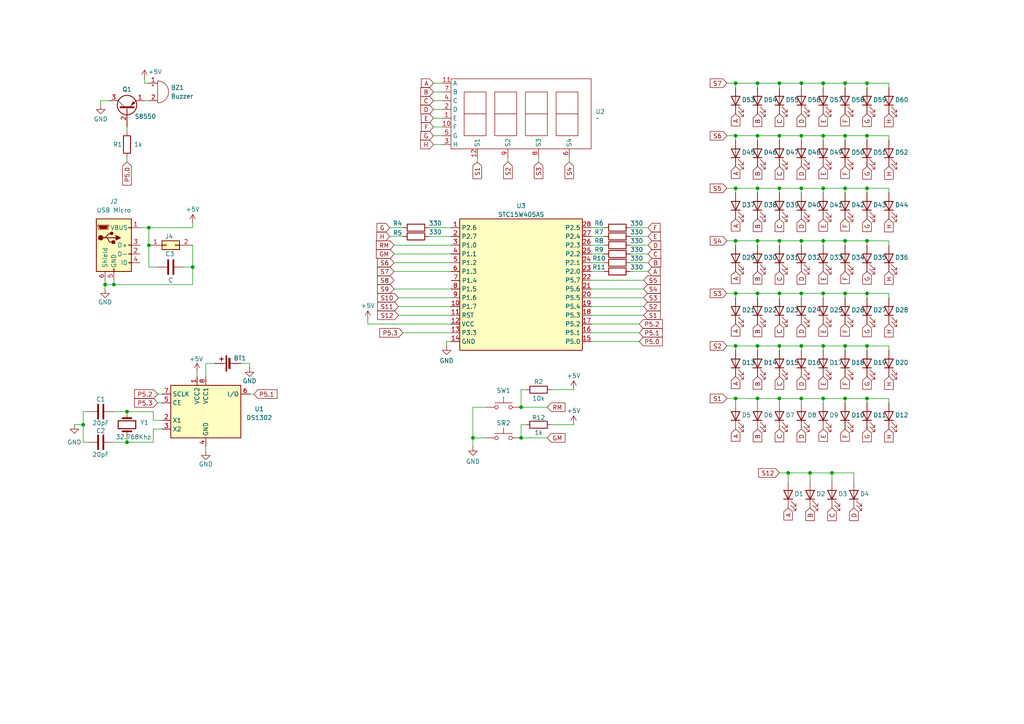
<source format=kicad_sch>
(kicad_sch (version 20231120) (generator "eeschema") (generator_version "8.0")
  (paper "A4")
  (title_block (title "Chineese LED clock") (date "2024-10-31") (rev "1.0") (company "Eugene Chertikhin e.chertikhin@gmail.com"))
  (junction (at 151.13 127))
  (junction (at 219.71 115.57))
  (junction (at 226.06 39.37))
  (junction (at 232.41 115.57))
  (junction (at 245.11 39.37))
  (junction (at 219.71 39.37))
  (junction (at 245.11 69.85))
  (junction (at 213.36 39.37))
  (junction (at 251.46 24.13))
  (junction (at 251.46 115.57))
  (junction (at 213.36 24.13))
  (junction (at 213.36 69.85))
  (junction (at 238.76 69.85))
  (junction (at 43.18 71.12))
  (junction (at 226.06 85.09))
  (junction (at 232.41 85.09))
  (junction (at 219.71 85.09))
  (junction (at 219.71 54.61))
  (junction (at 238.76 54.61))
  (junction (at 226.06 100.33))
  (junction (at 245.11 24.13))
  (junction (at 219.71 24.13))
  (junction (at 213.36 115.57))
  (junction (at 251.46 85.09))
  (junction (at 238.76 85.09))
  (junction (at 234.95 137.16))
  (junction (at 36.83 128.27))
  (junction (at 137.16 127))
  (junction (at 226.06 115.57))
  (junction (at 213.36 100.33))
  (junction (at 245.11 85.09))
  (junction (at 238.76 39.37))
  (junction (at 251.46 100.33))
  (junction (at 232.41 39.37))
  (junction (at 151.13 118.11))
  (junction (at 238.76 100.33))
  (junction (at 33.02 82.55))
  (junction (at 226.06 24.13))
  (junction (at 30.48 82.55))
  (junction (at 213.36 54.61))
  (junction (at 245.11 100.33))
  (junction (at 251.46 39.37))
  (junction (at 245.11 115.57))
  (junction (at 245.11 54.61))
  (junction (at 219.71 69.85))
  (junction (at 36.83 119.38))
  (junction (at 232.41 69.85))
  (junction (at 238.76 115.57))
  (junction (at 232.41 54.61))
  (junction (at 43.18 66.04))
  (junction (at 55.88 77.47))
  (junction (at 238.76 24.13))
  (junction (at 251.46 69.85))
  (junction (at 241.3 137.16))
  (junction (at 232.41 100.33))
  (junction (at 226.06 54.61))
  (junction (at 24.13 123.19))
  (junction (at 226.06 69.85))
  (junction (at 228.6 137.16))
  (junction (at 219.71 100.33))
  (junction (at 213.36 85.09))
  (junction (at 251.46 54.61))
  (junction (at 232.41 24.13))
  (wire (pts (xy 245.11 115.57) (xy 238.76 115.57)))
  (wire (pts (xy 45.72 114.3) (xy 46.99 114.3)))
  (wire (pts (xy 213.36 24.13) (xy 213.36 25.4)))
  (wire (pts (xy 36.83 127) (xy 36.83 128.27)))
  (wire (pts (xy 33.02 128.27) (xy 36.83 128.27)))
  (wire (pts (xy 43.18 66.04) (xy 43.18 71.12)))
  (wire (pts (xy 226.06 115.57) (xy 219.71 115.57)))
  (wire (pts (xy 152.4 123.19) (xy 151.13 123.19)))
  (wire (pts (xy 226.06 116.84) (xy 226.06 115.57)))
  (wire (pts (xy 226.06 71.12) (xy 226.06 69.85)))
  (wire (pts (xy 238.76 85.09) (xy 232.41 85.09)))
  (wire (pts (xy 238.76 25.4) (xy 238.76 24.13)))
  (wire (pts (xy 210.82 69.85) (xy 213.36 69.85)))
  (wire (pts (xy 238.76 86.36) (xy 238.76 85.09)))
  (wire (pts (xy 232.41 71.12) (xy 232.41 69.85)))
  (wire (pts (xy 213.36 85.09) (xy 213.36 86.36)))
  (wire (pts (xy 251.46 100.33) (xy 245.11 100.33)))
  (wire (pts (xy 186.69 86.36) (xy 171.45 86.36)))
  (wire (pts (xy 21.59 123.19) (xy 24.13 123.19)))
  (wire (pts (xy 238.76 40.64) (xy 238.76 39.37)))
  (wire (pts (xy 226.06 24.13) (xy 219.71 24.13)))
  (wire (pts (xy 171.45 76.2) (xy 175.26 76.2)))
  (wire (pts (xy 57.15 107.95) (xy 57.15 109.22)))
  (wire (pts (xy 43.18 66.04) (xy 55.88 66.04)))
  (wire (pts (xy 171.45 91.44) (xy 186.69 91.44)))
  (wire (pts (xy 25.4 119.38) (xy 24.13 119.38)))
  (wire (pts (xy 219.71 25.4) (xy 219.71 24.13)))
  (wire (pts (xy 219.71 86.36) (xy 219.71 85.09)))
  (wire (pts (xy 24.13 119.38) (xy 24.13 123.19)))
  (wire (pts (xy 238.76 54.61) (xy 232.41 54.61)))
  (wire (pts (xy 213.36 69.85) (xy 213.36 71.12)))
  (wire (pts (xy 232.41 69.85) (xy 226.06 69.85)))
  (wire (pts (xy 232.41 100.33) (xy 226.06 100.33)))
  (wire (pts (xy 257.81 71.12) (xy 257.81 69.85)))
  (wire (pts (xy 226.06 40.64) (xy 226.06 39.37)))
  (wire (pts (xy 138.43 46.99) (xy 138.43 45.72)))
  (wire (pts (xy 125.73 39.37) (xy 128.27 39.37)))
  (wire (pts (xy 125.73 34.29) (xy 128.27 34.29)))
  (wire (pts (xy 257.81 101.6) (xy 257.81 100.33)))
  (wire (pts (xy 232.41 40.64) (xy 232.41 39.37)))
  (wire (pts (xy 219.71 40.64) (xy 219.71 39.37)))
  (wire (pts (xy 44.45 121.92) (xy 44.45 119.38)))
  (wire (pts (xy 219.71 71.12) (xy 219.71 69.85)))
  (wire (pts (xy 114.3 73.66) (xy 130.81 73.66)))
  (wire (pts (xy 234.95 139.7) (xy 234.95 137.16)))
  (wire (pts (xy 171.45 66.04) (xy 175.26 66.04)))
  (wire (pts (xy 213.36 100.33) (xy 213.36 101.6)))
  (wire (pts (xy 151.13 113.03) (xy 151.13 118.11)))
  (wire (pts (xy 151.13 118.11) (xy 158.75 118.11)))
  (wire (pts (xy 210.82 115.57) (xy 213.36 115.57)))
  (wire (pts (xy 24.13 128.27) (xy 25.4 128.27)))
  (wire (pts (xy 219.71 115.57) (xy 213.36 115.57)))
  (wire (pts (xy 171.45 73.66) (xy 175.26 73.66)))
  (wire (pts (xy 165.1 46.99) (xy 165.1 45.72)))
  (wire (pts (xy 226.06 25.4) (xy 226.06 24.13)))
  (wire (pts (xy 245.11 39.37) (xy 238.76 39.37)))
  (wire (pts (xy 185.42 93.98) (xy 171.45 93.98)))
  (wire (pts (xy 245.11 25.4) (xy 245.11 24.13)))
  (wire (pts (xy 219.71 85.09) (xy 213.36 85.09)))
  (wire (pts (xy 226.06 86.36) (xy 226.06 85.09)))
  (wire (pts (xy 106.68 93.98) (xy 106.68 92.71)))
  (wire (pts (xy 226.06 85.09) (xy 219.71 85.09)))
  (wire (pts (xy 251.46 39.37) (xy 245.11 39.37)))
  (wire (pts (xy 245.11 101.6) (xy 245.11 100.33)))
  (wire (pts (xy 186.69 83.82) (xy 171.45 83.82)))
  (wire (pts (xy 41.91 22.86) (xy 41.91 24.13)))
  (wire (pts (xy 72.39 114.3) (xy 73.66 114.3)))
  (wire (pts (xy 251.46 24.13) (xy 245.11 24.13)))
  (wire (pts (xy 238.76 116.84) (xy 238.76 115.57)))
  (wire (pts (xy 257.81 54.61) (xy 251.46 54.61)))
  (wire (pts (xy 226.06 100.33) (xy 219.71 100.33)))
  (wire (pts (xy 219.71 101.6) (xy 219.71 100.33)))
  (wire (pts (xy 251.46 55.88) (xy 251.46 54.61)))
  (wire (pts (xy 125.73 26.67) (xy 128.27 26.67)))
  (wire (pts (xy 44.45 128.27) (xy 36.83 128.27)))
  (wire (pts (xy 115.57 91.44) (xy 130.81 91.44)))
  (wire (pts (xy 160.02 123.19) (xy 166.37 123.19)))
  (wire (pts (xy 182.88 68.58) (xy 187.96 68.58)))
  (wire (pts (xy 219.71 116.84) (xy 219.71 115.57)))
  (wire (pts (xy 182.88 71.12) (xy 187.96 71.12)))
  (wire (pts (xy 55.88 71.12) (xy 55.88 77.47)))
  (wire (pts (xy 140.97 127) (xy 137.16 127)))
  (wire (pts (xy 213.36 115.57) (xy 213.36 116.84)))
  (wire (pts (xy 226.06 101.6) (xy 226.06 100.33)))
  (wire (pts (xy 43.18 77.47) (xy 43.18 71.12)))
  (wire (pts (xy 137.16 127) (xy 137.16 129.54)))
  (wire (pts (xy 113.03 68.58) (xy 116.84 68.58)))
  (wire (pts (xy 245.11 100.33) (xy 238.76 100.33)))
  (wire (pts (xy 257.81 116.84) (xy 257.81 115.57)))
  (wire (pts (xy 62.23 105.41) (xy 59.69 105.41)))
  (wire (pts (xy 232.41 25.4) (xy 232.41 24.13)))
  (wire (pts (xy 257.81 39.37) (xy 251.46 39.37)))
  (wire (pts (xy 257.81 69.85) (xy 251.46 69.85)))
  (wire (pts (xy 40.64 66.04) (xy 43.18 66.04)))
  (wire (pts (xy 257.81 115.57) (xy 251.46 115.57)))
  (wire (pts (xy 55.88 77.47) (xy 55.88 82.55)))
  (wire (pts (xy 257.81 85.09) (xy 251.46 85.09)))
  (wire (pts (xy 171.45 81.28) (xy 186.69 81.28)))
  (wire (pts (xy 210.82 54.61) (xy 213.36 54.61)))
  (wire (pts (xy 36.83 36.83) (xy 36.83 38.1)))
  (wire (pts (xy 251.46 40.64) (xy 251.46 39.37)))
  (wire (pts (xy 251.46 85.09) (xy 245.11 85.09)))
  (wire (pts (xy 125.73 29.21) (xy 128.27 29.21)))
  (wire (pts (xy 257.81 86.36) (xy 257.81 85.09)))
  (wire (pts (xy 245.11 55.88) (xy 245.11 54.61)))
  (wire (pts (xy 251.46 116.84) (xy 251.46 115.57)))
  (wire (pts (xy 234.95 137.16) (xy 228.6 137.16)))
  (wire (pts (xy 228.6 137.16) (xy 228.6 139.7)))
  (wire (pts (xy 210.82 39.37) (xy 213.36 39.37)))
  (wire (pts (xy 232.41 116.84) (xy 232.41 115.57)))
  (wire (pts (xy 238.76 24.13) (xy 232.41 24.13)))
  (wire (pts (xy 226.06 39.37) (xy 219.71 39.37)))
  (wire (pts (xy 238.76 115.57) (xy 232.41 115.57)))
  (wire (pts (xy 125.73 31.75) (xy 128.27 31.75)))
  (wire (pts (xy 251.46 115.57) (xy 245.11 115.57)))
  (wire (pts (xy 251.46 71.12) (xy 251.46 69.85)))
  (wire (pts (xy 219.71 100.33) (xy 213.36 100.33)))
  (wire (pts (xy 251.46 54.61) (xy 245.11 54.61)))
  (wire (pts (xy 182.88 78.74) (xy 187.96 78.74)))
  (wire (pts (xy 59.69 105.41) (xy 59.69 109.22)))
  (wire (pts (xy 241.3 137.16) (xy 234.95 137.16)))
  (wire (pts (xy 219.71 39.37) (xy 213.36 39.37)))
  (wire (pts (xy 24.13 123.19) (xy 24.13 128.27)))
  (wire (pts (xy 251.46 101.6) (xy 251.46 100.33)))
  (wire (pts (xy 55.88 82.55) (xy 33.02 82.55)))
  (wire (pts (xy 46.99 124.46) (xy 44.45 124.46)))
  (wire (pts (xy 115.57 88.9) (xy 130.81 88.9)))
  (wire (pts (xy 257.81 55.88) (xy 257.81 54.61)))
  (wire (pts (xy 238.76 71.12) (xy 238.76 69.85)))
  (wire (pts (xy 182.88 73.66) (xy 187.96 73.66)))
  (wire (pts (xy 125.73 41.91) (xy 128.27 41.91)))
  (wire (pts (xy 130.81 99.06) (xy 129.54 99.06)))
  (wire (pts (xy 46.99 121.92) (xy 44.45 121.92)))
  (wire (pts (xy 44.45 119.38) (xy 36.83 119.38)))
  (wire (pts (xy 238.76 39.37) (xy 232.41 39.37)))
  (wire (pts (xy 251.46 69.85) (xy 245.11 69.85)))
  (wire (pts (xy 213.36 39.37) (xy 213.36 40.64)))
  (wire (pts (xy 245.11 40.64) (xy 245.11 39.37)))
  (wire (pts (xy 245.11 116.84) (xy 245.11 115.57)))
  (wire (pts (xy 245.11 69.85) (xy 238.76 69.85)))
  (wire (pts (xy 210.82 100.33) (xy 213.36 100.33)))
  (wire (pts (xy 30.48 81.28) (xy 30.48 82.55)))
  (wire (pts (xy 251.46 86.36) (xy 251.46 85.09)))
  (wire (pts (xy 114.3 83.82) (xy 130.81 83.82)))
  (wire (pts (xy 185.42 99.06) (xy 171.45 99.06)))
  (wire (pts (xy 45.72 116.84) (xy 46.99 116.84)))
  (wire (pts (xy 45.72 77.47) (xy 43.18 77.47)))
  (wire (pts (xy 226.06 55.88) (xy 226.06 54.61)))
  (wire (pts (xy 247.65 137.16) (xy 241.3 137.16)))
  (wire (pts (xy 238.76 55.88) (xy 238.76 54.61)))
  (wire (pts (xy 257.81 24.13) (xy 251.46 24.13)))
  (wire (pts (xy 59.69 129.54) (xy 59.69 130.81)))
  (wire (pts (xy 232.41 24.13) (xy 226.06 24.13)))
  (wire (pts (xy 124.46 68.58) (xy 130.81 68.58)))
  (wire (pts (xy 113.03 66.04) (xy 116.84 66.04)))
  (wire (pts (xy 31.75 29.21) (xy 29.21 29.21)))
  (wire (pts (xy 41.91 24.13) (xy 43.18 24.13)))
  (wire (pts (xy 152.4 113.03) (xy 151.13 113.03)))
  (wire (pts (xy 210.82 24.13) (xy 213.36 24.13)))
  (wire (pts (xy 232.41 115.57) (xy 226.06 115.57)))
  (wire (pts (xy 210.82 85.09) (xy 213.36 85.09)))
  (wire (pts (xy 55.88 66.04) (xy 55.88 64.77)))
  (wire (pts (xy 245.11 86.36) (xy 245.11 85.09)))
  (wire (pts (xy 53.34 77.47) (xy 55.88 77.47)))
  (wire (pts (xy 171.45 68.58) (xy 175.26 68.58)))
  (wire (pts (xy 124.46 66.04) (xy 130.81 66.04)))
  (wire (pts (xy 257.81 25.4) (xy 257.81 24.13)))
  (wire (pts (xy 130.81 93.98) (xy 106.68 93.98)))
  (wire (pts (xy 219.71 69.85) (xy 213.36 69.85)))
  (wire (pts (xy 114.3 78.74) (xy 130.81 78.74)))
  (wire (pts (xy 114.3 71.12) (xy 130.81 71.12)))
  (wire (pts (xy 186.69 88.9) (xy 171.45 88.9)))
  (wire (pts (xy 219.71 24.13) (xy 213.36 24.13)))
  (wire (pts (xy 114.3 76.2) (xy 130.81 76.2)))
  (wire (pts (xy 125.73 36.83) (xy 128.27 36.83)))
  (wire (pts (xy 160.02 113.03) (xy 166.37 113.03)))
  (wire (pts (xy 182.88 66.04) (xy 187.96 66.04)))
  (wire (pts (xy 115.57 86.36) (xy 130.81 86.36)))
  (wire (pts (xy 72.39 105.41) (xy 72.39 106.68)))
  (wire (pts (xy 245.11 71.12) (xy 245.11 69.85)))
  (wire (pts (xy 171.45 71.12) (xy 175.26 71.12)))
  (wire (pts (xy 151.13 127) (xy 158.75 127)))
  (wire (pts (xy 41.91 29.21) (xy 43.18 29.21)))
  (wire (pts (xy 232.41 101.6) (xy 232.41 100.33)))
  (wire (pts (xy 257.81 40.64) (xy 257.81 39.37)))
  (wire (pts (xy 245.11 54.61) (xy 238.76 54.61)))
  (wire (pts (xy 238.76 100.33) (xy 232.41 100.33)))
  (wire (pts (xy 140.97 118.11) (xy 137.16 118.11)))
  (wire (pts (xy 219.71 54.61) (xy 213.36 54.61)))
  (wire (pts (xy 125.73 24.13) (xy 128.27 24.13)))
  (wire (pts (xy 241.3 139.7) (xy 241.3 137.16)))
  (wire (pts (xy 69.85 105.41) (xy 72.39 105.41)))
  (wire (pts (xy 182.88 76.2) (xy 187.96 76.2)))
  (wire (pts (xy 245.11 85.09) (xy 238.76 85.09)))
  (wire (pts (xy 238.76 101.6) (xy 238.76 100.33)))
  (wire (pts (xy 219.71 55.88) (xy 219.71 54.61)))
  (wire (pts (xy 226.06 137.16) (xy 228.6 137.16)))
  (wire (pts (xy 30.48 82.55) (xy 30.48 83.82)))
  (wire (pts (xy 232.41 39.37) (xy 226.06 39.37)))
  (wire (pts (xy 33.02 81.28) (xy 33.02 82.55)))
  (wire (pts (xy 213.36 54.61) (xy 213.36 55.88)))
  (wire (pts (xy 171.45 78.74) (xy 175.26 78.74)))
  (wire (pts (xy 137.16 118.11) (xy 137.16 127)))
  (wire (pts (xy 232.41 85.09) (xy 226.06 85.09)))
  (wire (pts (xy 232.41 55.88) (xy 232.41 54.61)))
  (wire (pts (xy 116.84 96.52) (xy 130.81 96.52)))
  (wire (pts (xy 156.21 46.99) (xy 156.21 45.72)))
  (wire (pts (xy 257.81 100.33) (xy 251.46 100.33)))
  (wire (pts (xy 232.41 86.36) (xy 232.41 85.09)))
  (wire (pts (xy 29.21 29.21) (xy 29.21 30.48)))
  (wire (pts (xy 247.65 139.7) (xy 247.65 137.16)))
  (wire (pts (xy 232.41 54.61) (xy 226.06 54.61)))
  (wire (pts (xy 238.76 69.85) (xy 232.41 69.85)))
  (wire (pts (xy 36.83 46.99) (xy 36.83 45.72)))
  (wire (pts (xy 151.13 123.19) (xy 151.13 127)))
  (wire (pts (xy 226.06 54.61) (xy 219.71 54.61)))
  (wire (pts (xy 226.06 69.85) (xy 219.71 69.85)))
  (wire (pts (xy 44.45 124.46) (xy 44.45 128.27)))
  (wire (pts (xy 251.46 25.4) (xy 251.46 24.13)))
  (wire (pts (xy 33.02 82.55) (xy 30.48 82.55)))
  (wire (pts (xy 185.42 96.52) (xy 171.45 96.52)))
  (wire (pts (xy 147.32 46.99) (xy 147.32 45.72)))
  (wire (pts (xy 245.11 24.13) (xy 238.76 24.13)))
  (wire (pts (xy 129.54 99.06) (xy 129.54 100.33)))
  (wire (pts (xy 33.02 119.38) (xy 36.83 119.38)))
  (global_label "A" (shape input) (at 213.36 48.26 270) (property "Intersheetrefs" "${INTERSHEET_REFS}" (effects (hide yes))))
  (global_label "H" (shape input) (at 257.81 93.98 270) (property "Intersheetrefs" "${INTERSHEET_REFS}" (effects (hide yes))))
  (global_label "H" (shape input) (at 257.81 124.46 270) (property "Intersheetrefs" "${INTERSHEET_REFS}" (effects (hide yes))))
  (global_label "S12" (shape input) (at 226.06 137.16 180) (property "Intersheetrefs" "${INTERSHEET_REFS}" (effects (hide yes))))
  (global_label "B" (shape input) (at 219.71 93.98 270) (property "Intersheetrefs" "${INTERSHEET_REFS}" (effects (hide yes))))
  (global_label "F" (shape input) (at 245.11 33.02 270) (property "Intersheetrefs" "${INTERSHEET_REFS}" (effects (hide yes))))
  (global_label "D" (shape input) (at 232.41 124.46 270) (property "Intersheetrefs" "${INTERSHEET_REFS}" (effects (hide yes))))
  (global_label "H" (shape input) (at 257.81 48.26 270) (property "Intersheetrefs" "${INTERSHEET_REFS}" (effects (hide yes))))
  (global_label "S4" (shape input) (at 186.69 83.82 0) (property "Intersheetrefs" "${INTERSHEET_REFS}" (effects (hide yes))))
  (global_label "B" (shape input) (at 187.96 76.2 0) (property "Intersheetrefs" "${INTERSHEET_REFS}" (effects (hide yes))))
  (global_label "B" (shape input) (at 219.71 78.74 270) (property "Intersheetrefs" "${INTERSHEET_REFS}" (effects (hide yes))))
  (global_label "H" (shape input) (at 257.81 63.5 270) (property "Intersheetrefs" "${INTERSHEET_REFS}" (effects (hide yes))))
  (global_label "D" (shape input) (at 125.73 31.75 180) (property "Intersheetrefs" "${INTERSHEET_REFS}" (effects (hide yes))))
  (global_label "G" (shape input) (at 125.73 39.37 180) (property "Intersheetrefs" "${INTERSHEET_REFS}" (effects (hide yes))))
  (global_label "A" (shape input) (at 213.36 63.5 270) (property "Intersheetrefs" "${INTERSHEET_REFS}" (effects (hide yes))))
  (global_label "E" (shape input) (at 238.76 48.26 270) (property "Intersheetrefs" "${INTERSHEET_REFS}" (effects (hide yes))))
  (global_label "G" (shape input) (at 251.46 48.26 270) (property "Intersheetrefs" "${INTERSHEET_REFS}" (effects (hide yes))))
  (global_label "C" (shape input) (at 226.06 124.46 270) (property "Intersheetrefs" "${INTERSHEET_REFS}" (effects (hide yes))))
  (global_label "D" (shape input) (at 232.41 48.26 270) (property "Intersheetrefs" "${INTERSHEET_REFS}" (effects (hide yes))))
  (global_label "D" (shape input) (at 232.41 93.98 270) (property "Intersheetrefs" "${INTERSHEET_REFS}" (effects (hide yes))))
  (global_label "S3" (shape input) (at 156.21 46.99 270) (property "Intersheetrefs" "${INTERSHEET_REFS}" (effects (hide yes))))
  (global_label "S1" (shape input) (at 138.43 46.99 270) (property "Intersheetrefs" "${INTERSHEET_REFS}" (effects (hide yes))))
  (global_label "E" (shape input) (at 238.76 63.5 270) (property "Intersheetrefs" "${INTERSHEET_REFS}" (effects (hide yes))))
  (global_label "B" (shape input) (at 219.71 109.22 270) (property "Intersheetrefs" "${INTERSHEET_REFS}" (effects (hide yes))))
  (global_label "E" (shape input) (at 125.73 34.29 180) (property "Intersheetrefs" "${INTERSHEET_REFS}" (effects (hide yes))))
  (global_label "A" (shape input) (at 187.96 78.74 0) (property "Intersheetrefs" "${INTERSHEET_REFS}" (effects (hide yes))))
  (global_label "B" (shape input) (at 219.71 124.46 270) (property "Intersheetrefs" "${INTERSHEET_REFS}" (effects (hide yes))))
  (global_label "RM" (shape input) (at 158.75 118.11 0) (property "Intersheetrefs" "${INTERSHEET_REFS}" (effects (hide yes))))
  (global_label "F" (shape input) (at 245.11 78.74 270) (property "Intersheetrefs" "${INTERSHEET_REFS}" (effects (hide yes))))
  (global_label "B" (shape input) (at 219.71 48.26 270) (property "Intersheetrefs" "${INTERSHEET_REFS}" (effects (hide yes))))
  (global_label "G" (shape input) (at 251.46 33.02 270) (property "Intersheetrefs" "${INTERSHEET_REFS}" (effects (hide yes))))
  (global_label "B" (shape input) (at 219.71 33.02 270) (property "Intersheetrefs" "${INTERSHEET_REFS}" (effects (hide yes))))
  (global_label "G" (shape input) (at 251.46 63.5 270) (property "Intersheetrefs" "${INTERSHEET_REFS}" (effects (hide yes))))
  (global_label "P5.2" (shape input) (at 185.42 93.98 0) (property "Intersheetrefs" "${INTERSHEET_REFS}" (effects (hide yes))))
  (global_label "P5.3" (shape input) (at 116.84 96.52 180) (property "Intersheetrefs" "${INTERSHEET_REFS}" (effects (hide yes))))
  (global_label "D" (shape input) (at 187.96 71.12 0) (property "Intersheetrefs" "${INTERSHEET_REFS}" (effects (hide yes))))
  (global_label "C" (shape input) (at 226.06 93.98 270) (property "Intersheetrefs" "${INTERSHEET_REFS}" (effects (hide yes))))
  (global_label "C" (shape input) (at 226.06 48.26 270) (property "Intersheetrefs" "${INTERSHEET_REFS}" (effects (hide yes))))
  (global_label "S4" (shape input) (at 210.82 69.85 180) (property "Intersheetrefs" "${INTERSHEET_REFS}" (effects (hide yes))))
  (global_label "E" (shape input) (at 238.76 78.74 270) (property "Intersheetrefs" "${INTERSHEET_REFS}" (effects (hide yes))))
  (global_label "A" (shape input) (at 213.36 109.22 270) (property "Intersheetrefs" "${INTERSHEET_REFS}" (effects (hide yes))))
  (global_label "A" (shape input) (at 213.36 124.46 270) (property "Intersheetrefs" "${INTERSHEET_REFS}" (effects (hide yes))))
  (global_label "S2" (shape input) (at 186.69 88.9 0) (property "Intersheetrefs" "${INTERSHEET_REFS}" (effects (hide yes))))
  (global_label "RM" (shape input) (at 114.3 71.12 180) (property "Intersheetrefs" "${INTERSHEET_REFS}" (effects (hide yes))))
  (global_label "G" (shape input) (at 251.46 124.46 270) (property "Intersheetrefs" "${INTERSHEET_REFS}" (effects (hide yes))))
  (global_label "P5.1" (shape input) (at 73.66 114.3 0) (property "Intersheetrefs" "${INTERSHEET_REFS}" (effects (hide yes))))
  (global_label "D" (shape input) (at 232.41 63.5 270) (property "Intersheetrefs" "${INTERSHEET_REFS}" (effects (hide yes))))
  (global_label "C" (shape input) (at 226.06 109.22 270) (property "Intersheetrefs" "${INTERSHEET_REFS}" (effects (hide yes))))
  (global_label "E" (shape input) (at 187.96 68.58 0) (property "Intersheetrefs" "${INTERSHEET_REFS}" (effects (hide yes))))
  (global_label "GM" (shape input) (at 114.3 73.66 180) (property "Intersheetrefs" "${INTERSHEET_REFS}" (effects (hide yes))))
  (global_label "S6" (shape input) (at 210.82 39.37 180) (property "Intersheetrefs" "${INTERSHEET_REFS}" (effects (hide yes))))
  (global_label "S1" (shape input) (at 210.82 115.57 180) (property "Intersheetrefs" "${INTERSHEET_REFS}" (effects (hide yes))))
  (global_label "B" (shape input) (at 219.71 63.5 270) (property "Intersheetrefs" "${INTERSHEET_REFS}" (effects (hide yes))))
  (global_label "P5.2" (shape input) (at 45.72 114.3 180) (property "Intersheetrefs" "${INTERSHEET_REFS}" (effects (hide yes))))
  (global_label "S11" (shape input) (at 115.57 88.9 180) (property "Intersheetrefs" "${INTERSHEET_REFS}" (effects (hide yes))))
  (global_label "S5" (shape input) (at 186.69 81.28 0) (property "Intersheetrefs" "${INTERSHEET_REFS}" (effects (hide yes))))
  (global_label "S12" (shape input) (at 115.57 91.44 180) (property "Intersheetrefs" "${INTERSHEET_REFS}" (effects (hide yes))))
  (global_label "E" (shape input) (at 238.76 124.46 270) (property "Intersheetrefs" "${INTERSHEET_REFS}" (effects (hide yes))))
  (global_label "S7" (shape input) (at 114.3 78.74 180) (property "Intersheetrefs" "${INTERSHEET_REFS}" (effects (hide yes))))
  (global_label "C" (shape input) (at 187.96 73.66 0) (property "Intersheetrefs" "${INTERSHEET_REFS}" (effects (hide yes))))
  (global_label "F" (shape input) (at 245.11 109.22 270) (property "Intersheetrefs" "${INTERSHEET_REFS}" (effects (hide yes))))
  (global_label "S3" (shape input) (at 186.69 86.36 0) (property "Intersheetrefs" "${INTERSHEET_REFS}" (effects (hide yes))))
  (global_label "H" (shape input) (at 257.81 78.74 270) (property "Intersheetrefs" "${INTERSHEET_REFS}" (effects (hide yes))))
  (global_label "F" (shape input) (at 187.96 66.04 0) (property "Intersheetrefs" "${INTERSHEET_REFS}" (effects (hide yes))))
  (global_label "F" (shape input) (at 245.11 93.98 270) (property "Intersheetrefs" "${INTERSHEET_REFS}" (effects (hide yes))))
  (global_label "P5.1" (shape input) (at 185.42 96.52 0) (property "Intersheetrefs" "${INTERSHEET_REFS}" (effects (hide yes))))
  (global_label "E" (shape input) (at 238.76 93.98 270) (property "Intersheetrefs" "${INTERSHEET_REFS}" (effects (hide yes))))
  (global_label "F" (shape input) (at 125.73 36.83 180) (property "Intersheetrefs" "${INTERSHEET_REFS}" (effects (hide yes))))
  (global_label "B" (shape input) (at 234.95 147.32 270) (property "Intersheetrefs" "${INTERSHEET_REFS}" (effects (hide yes))))
  (global_label "A" (shape input) (at 213.36 93.98 270) (property "Intersheetrefs" "${INTERSHEET_REFS}" (effects (hide yes))))
  (global_label "P5.0" (shape input) (at 36.83 46.99 270) (property "Intersheetrefs" "${INTERSHEET_REFS}" (effects (hide yes))))
  (global_label "G" (shape input) (at 113.03 66.04 180) (property "Intersheetrefs" "${INTERSHEET_REFS}" (effects (hide yes))))
  (global_label "F" (shape input) (at 245.11 124.46 270) (property "Intersheetrefs" "${INTERSHEET_REFS}" (effects (hide yes))))
  (global_label "E" (shape input) (at 238.76 109.22 270) (property "Intersheetrefs" "${INTERSHEET_REFS}" (effects (hide yes))))
  (global_label "G" (shape input) (at 251.46 109.22 270) (property "Intersheetrefs" "${INTERSHEET_REFS}" (effects (hide yes))))
  (global_label "S2" (shape input) (at 147.32 46.99 270) (property "Intersheetrefs" "${INTERSHEET_REFS}" (effects (hide yes))))
  (global_label "S10" (shape input) (at 115.57 86.36 180) (property "Intersheetrefs" "${INTERSHEET_REFS}" (effects (hide yes))))
  (global_label "P5.3" (shape input) (at 45.72 116.84 180) (property "Intersheetrefs" "${INTERSHEET_REFS}" (effects (hide yes))))
  (global_label "A" (shape input) (at 213.36 33.02 270) (property "Intersheetrefs" "${INTERSHEET_REFS}" (effects (hide yes))))
  (global_label "F" (shape input) (at 245.11 63.5 270) (property "Intersheetrefs" "${INTERSHEET_REFS}" (effects (hide yes))))
  (global_label "H" (shape input) (at 257.81 33.02 270) (property "Intersheetrefs" "${INTERSHEET_REFS}" (effects (hide yes))))
  (global_label "H" (shape input) (at 257.81 109.22 270) (property "Intersheetrefs" "${INTERSHEET_REFS}" (effects (hide yes))))
  (global_label "GM" (shape input) (at 158.75 127 0) (property "Intersheetrefs" "${INTERSHEET_REFS}" (effects (hide yes))))
  (global_label "D" (shape input) (at 247.65 147.32 270) (property "Intersheetrefs" "${INTERSHEET_REFS}" (effects (hide yes))))
  (global_label "H" (shape input) (at 125.73 41.91 180) (property "Intersheetrefs" "${INTERSHEET_REFS}" (effects (hide yes))))
  (global_label "A" (shape input) (at 213.36 78.74 270) (property "Intersheetrefs" "${INTERSHEET_REFS}" (effects (hide yes))))
  (global_label "S5" (shape input) (at 210.82 54.61 180) (property "Intersheetrefs" "${INTERSHEET_REFS}" (effects (hide yes))))
  (global_label "A" (shape input) (at 228.6 147.32 270) (property "Intersheetrefs" "${INTERSHEET_REFS}" (effects (hide yes))))
  (global_label "S6" (shape input) (at 114.3 76.2 180) (property "Intersheetrefs" "${INTERSHEET_REFS}" (effects (hide yes))))
  (global_label "G" (shape input) (at 251.46 93.98 270) (property "Intersheetrefs" "${INTERSHEET_REFS}" (effects (hide yes))))
  (global_label "S4" (shape input) (at 165.1 46.99 270) (property "Intersheetrefs" "${INTERSHEET_REFS}" (effects (hide yes))))
  (global_label "S9" (shape input) (at 114.3 83.82 180) (property "Intersheetrefs" "${INTERSHEET_REFS}" (effects (hide yes))))
  (global_label "C" (shape input) (at 226.06 78.74 270) (property "Intersheetrefs" "${INTERSHEET_REFS}" (effects (hide yes))))
  (global_label "E" (shape input) (at 238.76 33.02 270) (property "Intersheetrefs" "${INTERSHEET_REFS}" (effects (hide yes))))
  (global_label "H" (shape input) (at 113.03 68.58 180) (property "Intersheetrefs" "${INTERSHEET_REFS}" (effects (hide yes))))
  (global_label "S3" (shape input) (at 210.82 85.09 180) (property "Intersheetrefs" "${INTERSHEET_REFS}" (effects (hide yes))))
  (global_label "A" (shape input) (at 125.73 24.13 180) (property "Intersheetrefs" "${INTERSHEET_REFS}" (effects (hide yes))))
  (global_label "B" (shape input) (at 125.73 26.67 180) (property "Intersheetrefs" "${INTERSHEET_REFS}" (effects (hide yes))))
  (global_label "S8" (shape input) (at 114.3 81.28 180) (property "Intersheetrefs" "${INTERSHEET_REFS}" (effects (hide yes))))
  (global_label "S1" (shape input) (at 186.69 91.44 0) (property "Intersheetrefs" "${INTERSHEET_REFS}" (effects (hide yes))))
  (global_label "S2" (shape input) (at 210.82 100.33 180) (property "Intersheetrefs" "${INTERSHEET_REFS}" (effects (hide yes))))
  (global_label "G" (shape input) (at 251.46 78.74 270) (property "Intersheetrefs" "${INTERSHEET_REFS}" (effects (hide yes))))
  (global_label "S7" (shape input) (at 210.82 24.13 180) (property "Intersheetrefs" "${INTERSHEET_REFS}" (effects (hide yes))))
  (global_label "P5.0" (shape input) (at 185.42 99.06 0) (property "Intersheetrefs" "${INTERSHEET_REFS}" (effects (hide yes))))
  (global_label "C" (shape input) (at 125.73 29.21 180) (property "Intersheetrefs" "${INTERSHEET_REFS}" (effects (hide yes))))
  (global_label "F" (shape input) (at 245.11 48.26 270) (property "Intersheetrefs" "${INTERSHEET_REFS}" (effects (hide yes))))
  (global_label "D" (shape input) (at 232.41 109.22 270) (property "Intersheetrefs" "${INTERSHEET_REFS}" (effects (hide yes))))
  (global_label "D" (shape input) (at 232.41 33.02 270) (property "Intersheetrefs" "${INTERSHEET_REFS}" (effects (hide yes))))
  (global_label "C" (shape input) (at 226.06 63.5 270) (property "Intersheetrefs" "${INTERSHEET_REFS}" (effects (hide yes))))
  (global_label "C" (shape input) (at 241.3 147.32 270) (property "Intersheetrefs" "${INTERSHEET_REFS}" (effects (hide yes))))
  (global_label "D" (shape input) (at 232.41 78.74 270) (property "Intersheetrefs" "${INTERSHEET_REFS}" (effects (hide yes))))
  (global_label "C" (shape input) (at 226.06 33.02 270) (property "Intersheetrefs" "${INTERSHEET_REFS}" (effects (hide yes))))
  (symbol (lib_id "Device:R") (at 179.07 71.12 90) (unit 1)
    (property "Reference" "R8" (at 173.736 69.85 90))
    (property "Value" "330" (at 184.658 69.85 90))
    (property "Footprint" "Resistor_THT:R_Axial_DIN0204_L3.6mm_D1.6mm_P5.08mm_Horizontal" (effects (hide yes)))
    (property "Description" "Resistor" (effects (hide yes)))
  )
  (symbol (lib_id "Device:LED") (at 238.76 74.93 90) (unit 1)
    (property "Reference" "D33" (at 240.538 74.676 90) (effects (justify right)))
    (property "Value" "LED" (effects (hide yes)))
    (property "Footprint" "LED_THT:LED_D1.8mm_W3.3mm_H2.4mm" (effects (hide yes)))
    (property "Description" "Light emitting diode" (effects (hide yes)))
  )
  (symbol (lib_id "Device:LED") (at 213.36 74.93 90) (unit 1)
    (property "Reference" "D29" (at 215.138 74.676 90) (effects (justify right)))
    (property "Value" "LED" (effects (hide yes)))
    (property "Footprint" "LED_THT:LED_D1.8mm_W3.3mm_H2.4mm" (effects (hide yes)))
    (property "Description" "Light emitting diode" (effects (hide yes)))
  )
  (symbol (lib_id "power:+5V") (at 166.37 113.03 0) (unit 1)
    (property "Reference" "#PWR010" (effects (hide yes)))
    (property "Value" "+5V" (at 166.37 108.966 0))
    (property "Description" "Power symbol creates a global label with name \"+5V\"" (effects (hide yes)))
  )
  (symbol (lib_id "Device:LED") (at 251.46 74.93 90) (unit 1)
    (property "Reference" "D35" (at 253.238 74.676 90) (effects (justify right)))
    (property "Value" "LED" (effects (hide yes)))
    (property "Footprint" "LED_THT:LED_D1.8mm_W3.3mm_H2.4mm" (effects (hide yes)))
    (property "Description" "Light emitting diode" (effects (hide yes)))
  )
  (symbol (lib_id "Device:R") (at 179.07 76.2 90) (unit 1)
    (property "Reference" "R10" (at 173.736 74.93 90))
    (property "Value" "330" (at 184.658 74.93 90))
    (property "Footprint" "Resistor_THT:R_Axial_DIN0204_L3.6mm_D1.6mm_P5.08mm_Horizontal" (effects (hide yes)))
    (property "Description" "Resistor" (effects (hide yes)))
  )
  (symbol (lib_id "power:GND") (at 72.39 106.68 0) (unit 1)
    (property "Reference" "#PWR07" (effects (hide yes)))
    (property "Value" "GND" (at 72.39 110.49 0))
    (property "Description" "Power symbol creates a global label with name \"GND\" , ground" (effects (hide yes)))
  )
  (symbol (lib_id "Device:LED") (at 219.71 105.41 90) (unit 1)
    (property "Reference" "D14" (at 221.488 105.156 90) (effects (justify right)))
    (property "Value" "LED" (effects (hide yes)))
    (property "Footprint" "LED_THT:LED_D1.8mm_W3.3mm_H2.4mm" (effects (hide yes)))
    (property "Description" "Light emitting diode" (effects (hide yes)))
  )
  (symbol (lib_id "Device:LED") (at 219.71 90.17 90) (unit 1)
    (property "Reference" "D22" (at 221.488 89.916 90) (effects (justify right)))
    (property "Value" "LED" (effects (hide yes)))
    (property "Footprint" "LED_THT:LED_D1.8mm_W3.3mm_H2.4mm" (effects (hide yes)))
    (property "Description" "Light emitting diode" (effects (hide yes)))
  )
  (symbol (lib_id "Device:R") (at 179.07 68.58 90) (unit 1)
    (property "Reference" "R7" (at 173.736 67.31 90))
    (property "Value" "330" (at 184.658 67.31 90))
    (property "Footprint" "Resistor_THT:R_Axial_DIN0204_L3.6mm_D1.6mm_P5.08mm_Horizontal" (effects (hide yes)))
    (property "Description" "Resistor" (effects (hide yes)))
  )
  (symbol (lib_id "Device:LED") (at 238.76 105.41 90) (unit 1)
    (property "Reference" "D17" (at 240.538 105.156 90) (effects (justify right)))
    (property "Value" "LED" (effects (hide yes)))
    (property "Footprint" "LED_THT:LED_D1.8mm_W3.3mm_H2.4mm" (effects (hide yes)))
    (property "Description" "Light emitting diode" (effects (hide yes)))
  )
  (symbol (lib_id "Device:LED") (at 245.11 90.17 90) (unit 1)
    (property "Reference" "D26" (at 246.888 89.916 90) (effects (justify right)))
    (property "Value" "LED" (effects (hide yes)))
    (property "Footprint" "LED_THT:LED_D1.8mm_W3.3mm_H2.4mm" (effects (hide yes)))
    (property "Description" "Light emitting diode" (effects (hide yes)))
  )
  (symbol (lib_id "Device:LED") (at 245.11 29.21 90) (unit 1)
    (property "Reference" "D58" (at 246.888 28.956 90) (effects (justify right)))
    (property "Value" "LED" (effects (hide yes)))
    (property "Footprint" "LED_THT:LED_D1.8mm_W3.3mm_H2.4mm" (effects (hide yes)))
    (property "Description" "Light emitting diode" (effects (hide yes)))
  )
  (symbol (lib_id "Device:LED") (at 232.41 90.17 90) (unit 1)
    (property "Reference" "D24" (at 234.188 89.916 90) (effects (justify right)))
    (property "Value" "LED" (effects (hide yes)))
    (property "Footprint" "LED_THT:LED_D1.8mm_W3.3mm_H2.4mm" (effects (hide yes)))
    (property "Description" "Light emitting diode" (effects (hide yes)))
  )
  (symbol (lib_id "power:GND") (at 30.48 83.82 0) (unit 1)
    (property "Reference" "#PWR08" (effects (hide yes)))
    (property "Value" "GND" (at 30.48 87.63 0))
    (property "Description" "Power symbol creates a global label with name \"GND\" , ground" (effects (hide yes)))
  )
  (symbol (lib_id "MCU_STC:STC15W405AS") (at 133.35 62.23 0) (unit 1)
    (property "Reference" "U3" (at 151.1493 59.69 0))
    (property "Value" "STC15W405AS" (at 151.1493 62.23 0))
    (property "Footprint" "Package_DIP:DIP-28_W7.62mm_LongPads" (effects (hide yes)))
  )
  (symbol (lib_id "Device:LED") (at 228.6 143.51 90) (unit 1)
    (property "Reference" "D1" (at 230.378 143.256 90) (effects (justify right)))
    (property "Value" "LED" (effects (hide yes)))
    (property "Footprint" "LED_THT:LED_D1.8mm_W3.3mm_H2.4mm" (effects (hide yes)))
    (property "Description" "Light emitting diode" (effects (hide yes)))
  )
  (symbol (lib_id "Device:LED") (at 251.46 44.45 90) (unit 1)
    (property "Reference" "D51" (at 253.238 44.196 90) (effects (justify right)))
    (property "Value" "LED" (effects (hide yes)))
    (property "Footprint" "LED_THT:LED_D1.8mm_W3.3mm_H2.4mm" (effects (hide yes)))
    (property "Description" "Light emitting diode" (effects (hide yes)))
  )
  (symbol (lib_id "Device:R") (at 179.07 78.74 90) (unit 1)
    (property "Reference" "R11" (at 173.736 77.47 90))
    (property "Value" "330" (at 184.658 77.47 90))
    (property "Footprint" "Resistor_THT:R_Axial_DIN0204_L3.6mm_D1.6mm_P5.08mm_Horizontal" (effects (hide yes)))
    (property "Description" "Resistor" (effects (hide yes)))
  )
  (symbol (lib_id "power:+5V") (at 41.91 22.86 0) (unit 1)
    (property "Reference" "#PWR01" (effects (hide yes)))
    (property "Value" "+5V" (at 44.958 20.828 0))
    (property "Description" "Power symbol creates a global label with name \"+5V\"" (effects (hide yes)))
  )
  (symbol (lib_id "power:GND") (at 29.21 30.48 0) (unit 1)
    (property "Reference" "#PWR02" (effects (hide yes)))
    (property "Value" "GND" (at 29.21 34.544 0))
    (property "Description" "Power symbol creates a global label with name \"GND\" , ground" (effects (hide yes)))
  )
  (symbol (lib_id "Device:LED") (at 232.41 105.41 90) (unit 1)
    (property "Reference" "D16" (at 234.188 105.156 90) (effects (justify right)))
    (property "Value" "LED" (effects (hide yes)))
    (property "Footprint" "LED_THT:LED_D1.8mm_W3.3mm_H2.4mm" (effects (hide yes)))
    (property "Description" "Light emitting diode" (effects (hide yes)))
  )
  (symbol (lib_id "Device:LED") (at 232.41 44.45 90) (unit 1)
    (property "Reference" "D48" (at 234.188 44.196 90) (effects (justify right)))
    (property "Value" "LED" (effects (hide yes)))
    (property "Footprint" "LED_THT:LED_D1.8mm_W3.3mm_H2.4mm" (effects (hide yes)))
    (property "Description" "Light emitting diode" (effects (hide yes)))
  )
  (symbol (lib_id "Device:R") (at 120.65 66.04 90) (unit 1)
    (property "Reference" "R4" (at 115.316 64.77 90))
    (property "Value" "330" (at 126.238 64.77 90))
    (property "Footprint" "Resistor_THT:R_Axial_DIN0204_L3.6mm_D1.6mm_P5.08mm_Horizontal" (effects (hide yes)))
    (property "Description" "Resistor" (effects (hide yes)))
  )
  (symbol (lib_id "Device:LED") (at 238.76 120.65 90) (unit 1)
    (property "Reference" "D9" (at 240.538 120.396 90) (effects (justify right)))
    (property "Value" "LED" (effects (hide yes)))
    (property "Footprint" "LED_THT:LED_D1.8mm_W3.3mm_H2.4mm" (effects (hide yes)))
    (property "Description" "Light emitting diode" (effects (hide yes)))
  )
  (symbol (lib_id "Device:LED") (at 232.41 29.21 90) (unit 1)
    (property "Reference" "D56" (at 234.188 28.956 90) (effects (justify right)))
    (property "Value" "LED" (effects (hide yes)))
    (property "Footprint" "LED_THT:LED_D1.8mm_W3.3mm_H2.4mm" (effects (hide yes)))
    (property "Description" "Light emitting diode" (effects (hide yes)))
  )
  (symbol (lib_id "Device:LED") (at 213.36 44.45 90) (unit 1)
    (property "Reference" "D45" (at 215.138 44.196 90) (effects (justify right)))
    (property "Value" "LED" (effects (hide yes)))
    (property "Footprint" "LED_THT:LED_D1.8mm_W3.3mm_H2.4mm" (effects (hide yes)))
    (property "Description" "Light emitting diode" (effects (hide yes)))
  )
  (symbol (lib_id "Device:LED") (at 245.11 59.69 90) (unit 1)
    (property "Reference" "D42" (at 246.888 59.436 90) (effects (justify right)))
    (property "Value" "LED" (effects (hide yes)))
    (property "Footprint" "LED_THT:LED_D1.8mm_W3.3mm_H2.4mm" (effects (hide yes)))
    (property "Description" "Light emitting diode" (effects (hide yes)))
  )
  (symbol (lib_id "Device:LED") (at 238.76 44.45 90) (unit 1)
    (property "Reference" "D49" (at 240.538 44.196 90) (effects (justify right)))
    (property "Value" "LED" (effects (hide yes)))
    (property "Footprint" "LED_THT:LED_D1.8mm_W3.3mm_H2.4mm" (effects (hide yes)))
    (property "Description" "Light emitting diode" (effects (hide yes)))
  )
  (symbol (lib_id "Device:LED") (at 226.06 120.65 90) (unit 1)
    (property "Reference" "D7" (at 227.838 120.396 90) (effects (justify right)))
    (property "Value" "LED" (effects (hide yes)))
    (property "Footprint" "LED_THT:LED_D1.8mm_W3.3mm_H2.4mm" (effects (hide yes)))
    (property "Description" "Light emitting diode" (effects (hide yes)))
  )
  (symbol (lib_id "Device:LED") (at 251.46 105.41 90) (unit 1)
    (property "Reference" "D19" (at 253.238 105.156 90) (effects (justify right)))
    (property "Value" "LED" (effects (hide yes)))
    (property "Footprint" "LED_THT:LED_D1.8mm_W3.3mm_H2.4mm" (effects (hide yes)))
    (property "Description" "Light emitting diode" (effects (hide yes)))
  )
  (symbol (lib_id "Device:LED") (at 226.06 90.17 90) (unit 1)
    (property "Reference" "D23" (at 227.838 89.916 90) (effects (justify right)))
    (property "Value" "LED" (effects (hide yes)))
    (property "Footprint" "LED_THT:LED_D1.8mm_W3.3mm_H2.4mm" (effects (hide yes)))
    (property "Description" "Light emitting diode" (effects (hide yes)))
  )
  (symbol (lib_id "Device:LED") (at 238.76 29.21 90) (unit 1)
    (property "Reference" "D57" (at 240.538 28.956 90) (effects (justify right)))
    (property "Value" "LED" (effects (hide yes)))
    (property "Footprint" "LED_THT:LED_D1.8mm_W3.3mm_H2.4mm" (effects (hide yes)))
    (property "Description" "Light emitting diode" (effects (hide yes)))
  )
  (symbol (lib_id "Device:LED") (at 226.06 74.93 90) (unit 1)
    (property "Reference" "D31" (at 227.838 74.676 90) (effects (justify right)))
    (property "Value" "LED" (effects (hide yes)))
    (property "Footprint" "LED_THT:LED_D1.8mm_W3.3mm_H2.4mm" (effects (hide yes)))
    (property "Description" "Light emitting diode" (effects (hide yes)))
  )
  (symbol (lib_id "Device:LED") (at 213.36 29.21 90) (unit 1)
    (property "Reference" "D53" (at 215.138 28.956 90) (effects (justify right)))
    (property "Value" "LED" (effects (hide yes)))
    (property "Footprint" "LED_THT:LED_D1.8mm_W3.3mm_H2.4mm" (effects (hide yes)))
    (property "Description" "Light emitting diode" (effects (hide yes)))
  )
  (symbol (lib_id "Device:C") (at 29.21 128.27 90) (unit 1)
    (property "Reference" "C2" (at 29.21 124.968 90))
    (property "Value" "20pF" (at 29.21 131.826 90))
    (property "Footprint" "Capacitor_THT:C_Axial_L3.8mm_D2.6mm_P7.50mm_Horizontal" (effects (hide yes)))
    (property "Description" "Unpolarized capacitor" (effects (hide yes)))
  )
  (symbol (lib_id "Device:R") (at 120.65 68.58 90) (unit 1)
    (property "Reference" "R5" (at 115.316 67.564 90))
    (property "Value" "330" (at 126.238 67.31 90))
    (property "Footprint" "Resistor_THT:R_Axial_DIN0204_L3.6mm_D1.6mm_P5.08mm_Horizontal" (effects (hide yes)))
    (property "Description" "Resistor" (effects (hide yes)))
  )
  (symbol (lib_id "power:GND") (at 21.59 123.19 0) (unit 1)
    (property "Reference" "#PWR06" (effects (hide yes)))
    (property "Value" "GND" (at 21.59 128.27 0))
    (property "Description" "Power symbol creates a global label with name \"GND\" , ground" (effects (hide yes)))
  )
  (symbol (lib_id "Device:LED") (at 219.71 59.69 90) (unit 1)
    (property "Reference" "D38" (at 221.488 59.436 90) (effects (justify right)))
    (property "Value" "LED" (effects (hide yes)))
    (property "Footprint" "LED_THT:LED_D1.8mm_W3.3mm_H2.4mm" (effects (hide yes)))
    (property "Description" "Light emitting diode" (effects (hide yes)))
  )
  (symbol (lib_id "Device:R") (at 179.07 66.04 90) (unit 1)
    (property "Reference" "R6" (at 173.736 64.77 90))
    (property "Value" "330" (at 184.658 64.77 90))
    (property "Footprint" "Resistor_THT:R_Axial_DIN0204_L3.6mm_D1.6mm_P5.08mm_Horizontal" (effects (hide yes)))
    (property "Description" "Resistor" (effects (hide yes)))
  )
  (symbol (lib_id "power:+5V") (at 106.68 92.71 0) (unit 1)
    (property "Reference" "#PWR015" (effects (hide yes)))
    (property "Value" "+5V" (at 106.68 88.646 0))
    (property "Description" "Power symbol creates a global label with name \"+5V\"" (effects (hide yes)))
  )
  (symbol (lib_id "Device:C") (at 49.53 77.47 90) (unit 1)
    (property "Reference" "C3" (at 49.276 73.66 90))
    (property "Value" "C" (at 49.53 81.28 90))
    (property "Footprint" "Capacitor_THT:C_Axial_L3.8mm_D2.6mm_P7.50mm_Horizontal" (effects (hide yes)))
    (property "Description" "Unpolarized capacitor" (effects (hide yes)))
  )
  (symbol (lib_id "Device:LED") (at 232.41 59.69 90) (unit 1)
    (property "Reference" "D40" (at 234.188 59.436 90) (effects (justify right)))
    (property "Value" "LED" (effects (hide yes)))
    (property "Footprint" "LED_THT:LED_D1.8mm_W3.3mm_H2.4mm" (effects (hide yes)))
    (property "Description" "Light emitting diode" (effects (hide yes)))
  )
  (symbol (lib_id "Device:LED") (at 219.71 74.93 90) (unit 1)
    (property "Reference" "D30" (at 221.488 74.676 90) (effects (justify right)))
    (property "Value" "LED" (effects (hide yes)))
    (property "Footprint" "LED_THT:LED_D1.8mm_W3.3mm_H2.4mm" (effects (hide yes)))
    (property "Description" "Light emitting diode" (effects (hide yes)))
  )
  (symbol (lib_id "Device:LED") (at 213.36 59.69 90) (unit 1)
    (property "Reference" "D37" (at 215.138 59.436 90) (effects (justify right)))
    (property "Value" "LED" (effects (hide yes)))
    (property "Footprint" "LED_THT:LED_D1.8mm_W3.3mm_H2.4mm" (effects (hide yes)))
    (property "Description" "Light emitting diode" (effects (hide yes)))
  )
  (symbol (lib_id "Device:LED") (at 219.71 44.45 90) (unit 1)
    (property "Reference" "D46" (at 221.488 44.196 90) (effects (justify right)))
    (property "Value" "LED" (effects (hide yes)))
    (property "Footprint" "LED_THT:LED_D1.8mm_W3.3mm_H2.4mm" (effects (hide yes)))
    (property "Description" "Light emitting diode" (effects (hide yes)))
  )
  (symbol (lib_id "Device:LED") (at 245.11 105.41 90) (unit 1)
    (property "Reference" "D18" (at 246.888 105.156 90) (effects (justify right)))
    (property "Value" "LED" (effects (hide yes)))
    (property "Footprint" "LED_THT:LED_D1.8mm_W3.3mm_H2.4mm" (effects (hide yes)))
    (property "Description" "Light emitting diode" (effects (hide yes)))
  )
  (symbol (lib_id "Device:R") (at 36.83 41.91 180) (unit 1)
    (property "Reference" "R1" (at 32.766 41.91 0) (effects (justify right)))
    (property "Value" "1k" (at 38.862 41.91 0) (effects (justify right)))
    (property "Footprint" "Resistor_THT:R_Axial_DIN0204_L3.6mm_D1.6mm_P5.08mm_Horizontal" (effects (hide yes)))
    (property "Description" "Resistor" (effects (hide yes)))
  )
  (symbol (lib_id "Device:LED") (at 257.81 105.41 90) (unit 1)
    (property "Reference" "D20" (at 259.588 105.156 90) (effects (justify right)))
    (property "Value" "LED" (effects (hide yes)))
    (property "Footprint" "LED_THT:LED_D1.8mm_W3.3mm_H2.4mm" (effects (hide yes)))
    (property "Description" "Light emitting diode" (effects (hide yes)))
  )
  (symbol (lib_id "Device:LED") (at 257.81 90.17 90) (unit 1)
    (property "Reference" "D28" (at 259.588 89.916 90) (effects (justify right)))
    (property "Value" "LED" (effects (hide yes)))
    (property "Footprint" "LED_THT:LED_D1.8mm_W3.3mm_H2.4mm" (effects (hide yes)))
    (property "Description" "Light emitting diode" (effects (hide yes)))
  )
  (symbol (lib_id "Device:LED") (at 245.11 120.65 90) (unit 1)
    (property "Reference" "D10" (at 246.888 120.396 90) (effects (justify right)))
    (property "Value" "LED" (effects (hide yes)))
    (property "Footprint" "LED_THT:LED_D1.8mm_W3.3mm_H2.4mm" (effects (hide yes)))
    (property "Description" "Light emitting diode" (effects (hide yes)))
  )
  (symbol (lib_id "Device:R") (at 179.07 73.66 90) (unit 1)
    (property "Reference" "R9" (at 173.736 72.39 90))
    (property "Value" "330" (at 184.658 72.39 90))
    (property "Footprint" "Resistor_THT:R_Axial_DIN0204_L3.6mm_D1.6mm_P5.08mm_Horizontal" (effects (hide yes)))
    (property "Description" "Resistor" (effects (hide yes)))
  )
  (symbol (lib_id "Device:R") (at 156.21 113.03 270) (unit 1)
    (property "Reference" "R2" (at 156.21 110.744 90))
    (property "Value" "10k" (at 156.21 115.57 90))
    (property "Footprint" "Resistor_THT:R_Axial_DIN0204_L3.6mm_D1.6mm_P5.08mm_Horizontal" (effects (hide yes)))
    (property "Description" "Resistor" (effects (hide yes)))
  )
  (symbol (lib_id "Device:LED") (at 257.81 44.45 90) (unit 1)
    (property "Reference" "D52" (at 259.588 44.196 90) (effects (justify right)))
    (property "Value" "LED" (effects (hide yes)))
    (property "Footprint" "LED_THT:LED_D1.8mm_W3.3mm_H2.4mm" (effects (hide yes)))
    (property "Description" "Light emitting diode" (effects (hide yes)))
  )
  (symbol (lib_id "Device:LED") (at 232.41 120.65 90) (unit 1)
    (property "Reference" "D8" (at 234.188 120.396 90) (effects (justify right)))
    (property "Value" "LED" (effects (hide yes)))
    (property "Footprint" "LED_THT:LED_D1.8mm_W3.3mm_H2.4mm" (effects (hide yes)))
    (property "Description" "Light emitting diode" (effects (hide yes)))
  )
  (symbol (lib_id "Device:R") (at 156.21 123.19 90) (unit 1)
    (property "Reference" "R12" (at 156.21 121.158 90))
    (property "Value" "1k" (at 156.21 125.476 90))
    (property "Footprint" "Resistor_THT:R_Axial_DIN0204_L3.6mm_D1.6mm_P5.08mm_Horizontal" (effects (hide yes)))
    (property "Description" "Resistor" (effects (hide yes)))
  )
  (symbol (lib_id "power:+5V") (at 166.37 123.19 0) (unit 1)
    (property "Reference" "#PWR016" (effects (hide yes)))
    (property "Value" "+5V" (at 166.37 119.126 0))
    (property "Description" "Power symbol creates a global label with name \"+5V\"" (effects (hide yes)))
  )
  (symbol (lib_id "Device:LED") (at 219.71 29.21 90) (unit 1)
    (property "Reference" "D54" (at 221.488 28.956 90) (effects (justify right)))
    (property "Value" "LED" (effects (hide yes)))
    (property "Footprint" "LED_THT:LED_D1.8mm_W3.3mm_H2.4mm" (effects (hide yes)))
    (property "Description" "Light emitting diode" (effects (hide yes)))
  )
  (symbol (lib_id "Device:LED") (at 257.81 120.65 90) (unit 1)
    (property "Reference" "D12" (at 259.588 120.396 90) (effects (justify right)))
    (property "Value" "LED" (effects (hide yes)))
    (property "Footprint" "LED_THT:LED_D1.8mm_W3.3mm_H2.4mm" (effects (hide yes)))
    (property "Description" "Light emitting diode" (effects (hide yes)))
  )
  (symbol (lib_id "Device:LED") (at 238.76 90.17 90) (unit 1)
    (property "Reference" "D25" (at 240.538 89.916 90) (effects (justify right)))
    (property "Value" "LED" (effects (hide yes)))
    (property "Footprint" "LED_THT:LED_D1.8mm_W3.3mm_H2.4mm" (effects (hide yes)))
    (property "Description" "Light emitting diode" (effects (hide yes)))
  )
  (symbol (lib_id "power:+5V") (at 57.15 107.95 0) (unit 1)
    (property "Reference" "#PWR05" (effects (hide yes)))
    (property "Value" "+5V" (at 56.896 104.14 0))
    (property "Description" "Power symbol creates a global label with name \"+5V\"" (effects (hide yes)))
  )
  (symbol (lib_id "Device:Buzzer") (at 45.72 26.67 0) (unit 1)
    (property "Reference" "BZ1" (at 49.53 25.3999 0) (effects (justify left)))
    (property "Value" "Buzzer" (at 49.53 27.9399 0) (effects (justify left)))
    (property "Footprint" "Buzzer_Beeper:Buzzer_12x9.5RM7.6" (effects (hide yes)))
    (property "Description" "Buzzer, polarized" (effects (hide yes)))
  )
  (symbol (lib_id "Device:Battery_Cell") (at 67.31 105.41 90) (unit 1)
    (property "Reference" "BT1" (at 69.596 103.886 90))
    (property "Value" "Battery_Cell" (effects (hide yes)))
    (property "Description" "Single-cell battery" (effects (hide yes)))
  )
  (symbol (lib_id "Device:LED") (at 219.71 120.65 90) (unit 1)
    (property "Reference" "D6" (at 221.488 120.396 90) (effects (justify right)))
    (property "Value" "LED" (effects (hide yes)))
    (property "Footprint" "LED_THT:LED_D1.8mm_W3.3mm_H2.4mm" (effects (hide yes)))
    (property "Description" "Light emitting diode" (effects (hide yes)))
  )
  (symbol (lib_id "Device:LED") (at 213.36 120.65 90) (unit 1)
    (property "Reference" "D5" (at 215.138 120.396 90) (effects (justify right)))
    (property "Value" "LED" (effects (hide yes)))
    (property "Footprint" "LED_THT:LED_D1.8mm_W3.3mm_H2.4mm" (effects (hide yes)))
    (property "Description" "Light emitting diode" (effects (hide yes)))
  )
  (symbol (lib_id "Device:LED") (at 251.46 120.65 90) (unit 1)
    (property "Reference" "D11" (at 253.238 120.396 90) (effects (justify right)))
    (property "Value" "LED" (effects (hide yes)))
    (property "Footprint" "LED_THT:LED_D1.8mm_W3.3mm_H2.4mm" (effects (hide yes)))
    (property "Description" "Light emitting diode" (effects (hide yes)))
  )
  (symbol (lib_id "Device:LED") (at 247.65 143.51 90) (unit 1)
    (property "Reference" "D4" (at 249.428 143.256 90) (effects (justify right)))
    (property "Value" "LED" (effects (hide yes)))
    (property "Footprint" "LED_THT:LED_D1.8mm_W3.3mm_H2.4mm" (effects (hide yes)))
    (property "Description" "Light emitting diode" (effects (hide yes)))
  )
  (symbol (lib_id "Device:LED") (at 245.11 44.45 90) (unit 1)
    (property "Reference" "D50" (at 246.888 44.196 90) (effects (justify right)))
    (property "Value" "LED" (effects (hide yes)))
    (property "Footprint" "LED_THT:LED_D1.8mm_W3.3mm_H2.4mm" (effects (hide yes)))
    (property "Description" "Light emitting diode" (effects (hide yes)))
  )
  (symbol (lib_id "Device:C") (at 29.21 119.38 90) (unit 1)
    (property "Reference" "C1" (at 29.21 115.824 90))
    (property "Value" "20pF" (at 29.21 122.682 90))
    (property "Footprint" "Capacitor_THT:C_Axial_L3.8mm_D2.6mm_P7.50mm_Horizontal" (effects (hide yes)))
    (property "Description" "Unpolarized capacitor" (effects (hide yes)))
  )
  (symbol (lib_id "power:GND") (at 129.54 100.33 0) (unit 1)
    (property "Reference" "#PWR014" (effects (hide yes)))
    (property "Value" "GND" (at 129.54 104.648 0))
    (property "Description" "Power symbol creates a global label with name \"GND\" , ground" (effects (hide yes)))
  )
  (symbol (lib_id "power:+5V") (at 55.88 64.77 0) (unit 1)
    (property "Reference" "#PWR09" (effects (hide yes)))
    (property "Value" "+5V" (at 55.88 60.706 0))
    (property "Description" "Power symbol creates a global label with name \"+5V\"" (effects (hide yes)))
  )
  (symbol (lib_id "Device:LED") (at 251.46 29.21 90) (unit 1)
    (property "Reference" "D59" (at 253.238 28.956 90) (effects (justify right)))
    (property "Value" "LED" (effects (hide yes)))
    (property "Footprint" "LED_THT:LED_D1.8mm_W3.3mm_H2.4mm" (effects (hide yes)))
    (property "Description" "Light emitting diode" (effects (hide yes)))
  )
  (symbol (lib_id "Device:LED") (at 245.11 74.93 90) (unit 1)
    (property "Reference" "D34" (at 246.888 74.676 90) (effects (justify right)))
    (property "Value" "LED" (effects (hide yes)))
    (property "Footprint" "LED_THT:LED_D1.8mm_W3.3mm_H2.4mm" (effects (hide yes)))
    (property "Description" "Light emitting diode" (effects (hide yes)))
  )
  (symbol (lib_id "Transistor_BJT:S8550") (at 36.83 31.75 90) (unit 1)
    (property "Reference" "Q1" (at 36.83 25.908 90))
    (property "Value" "S8550" (at 42.164 33.782 90))
    (property "Footprint" "Package_TO_SOT_THT:TO-92_Inline" (effects (hide yes)))
    (property "Datasheet" "http://www.unisonic.com.tw/datasheet/S8550.pdf" (effects (hide yes)))
    (property "Description" "0.7A Ic, 20V Vce, Low Voltage High Current PNP Transistor, TO-92" (effects (hide yes)))
  )
  (symbol (lib_id "Device:LED") (at 234.95 143.51 90) (unit 1)
    (property "Reference" "D2" (at 236.728 143.256 90) (effects (justify right)))
    (property "Value" "LED" (effects (hide yes)))
    (property "Footprint" "LED_THT:LED_D1.8mm_W3.3mm_H2.4mm" (effects (hide yes)))
    (property "Description" "Light emitting diode" (effects (hide yes)))
  )
  (symbol (lib_id "power:GND") (at 59.69 130.81 0) (unit 1)
    (property "Reference" "#PWR04" (effects (hide yes)))
    (property "Value" "GND" (at 59.69 134.62 0))
    (property "Description" "Power symbol creates a global label with name \"GND\" , ground" (effects (hide yes)))
  )
  (symbol (lib_id "Switch:SW_Push") (at 146.05 127 0) (unit 1)
    (property "Reference" "SW2" (at 146.05 122.682 0))
    (property "Value" "~" (at 146.05 121.92 0))
    (property "Footprint" "Button_Switch_THT:SW_Tactile_SPST_Angled_PTS645Vx83-2LFS" (effects (hide yes)))
    (property "Description" "Push button switch, generic, two pins" (effects (hide yes)))
  )
  (symbol (lib_id "Device:LED") (at 226.06 29.21 90) (unit 1)
    (property "Reference" "D55" (at 227.838 28.956 90) (effects (justify right)))
    (property "Value" "LED" (effects (hide yes)))
    (property "Footprint" "LED_THT:LED_D1.8mm_W3.3mm_H2.4mm" (effects (hide yes)))
    (property "Description" "Light emitting diode" (effects (hide yes)))
  )
  (symbol (lib_id "Connector:USB_B_Micro") (at 33.02 71.12 0) (unit 1)
    (property "Reference" "J2" (at 33.02 58.42 0))
    (property "Value" "USB Micro" (at 33.02 60.96 0))
    (property "Footprint" "Connector_USB:USB_Mini-B_Tensility_54-00023_Vertical" (effects (hide yes)))
    (property "Description" "USB Micro Type B connector" (effects (hide yes)))
  )
  (symbol (lib_id "Device:LED") (at 251.46 59.69 90) (unit 1)
    (property "Reference" "D43" (at 253.238 59.436 90) (effects (justify right)))
    (property "Value" "LED" (effects (hide yes)))
    (property "Footprint" "LED_THT:LED_D1.8mm_W3.3mm_H2.4mm" (effects (hide yes)))
    (property "Description" "Light emitting diode" (effects (hide yes)))
  )
  (symbol (lib_id "Device:LED") (at 226.06 59.69 90) (unit 1)
    (property "Reference" "D39" (at 227.838 59.436 90) (effects (justify right)))
    (property "Value" "LED" (effects (hide yes)))
    (property "Footprint" "LED_THT:LED_D1.8mm_W3.3mm_H2.4mm" (effects (hide yes)))
    (property "Description" "Light emitting diode" (effects (hide yes)))
  )
  (symbol (lib_id "Device:LED") (at 213.36 105.41 90) (unit 1)
    (property "Reference" "D13" (at 215.138 105.156 90) (effects (justify right)))
    (property "Value" "LED" (effects (hide yes)))
    (property "Footprint" "LED_THT:LED_D1.8mm_W3.3mm_H2.4mm" (effects (hide yes)))
    (property "Description" "Light emitting diode" (effects (hide yes)))
  )
  (symbol (lib_id "power:GND") (at 137.16 129.54 0) (unit 1)
    (property "Reference" "#PWR03" (effects (hide yes)))
    (property "Value" "GND" (at 137.16 133.858 0))
    (property "Description" "Power symbol creates a global label with name \"GND\" , ground" (effects (hide yes)))
  )
  (symbol (lib_id "Device:LED") (at 257.81 74.93 90) (unit 1)
    (property "Reference" "D36" (at 259.588 74.676 90) (effects (justify right)))
    (property "Value" "LED" (effects (hide yes)))
    (property "Footprint" "LED_THT:LED_D1.8mm_W3.3mm_H2.4mm" (effects (hide yes)))
    (property "Description" "Light emitting diode" (effects (hide yes)))
  )
  (symbol (lib_id "Device:LED") (at 257.81 59.69 90) (unit 1)
    (property "Reference" "D44" (at 259.588 59.436 90) (effects (justify right)))
    (property "Value" "LED" (effects (hide yes)))
    (property "Footprint" "LED_THT:LED_D1.8mm_W3.3mm_H2.4mm" (effects (hide yes)))
    (property "Description" "Light emitting diode" (effects (hide yes)))
  )
  (symbol (lib_id "Device:LED") (at 232.41 74.93 90) (unit 1)
    (property "Reference" "D32" (at 234.188 74.676 90) (effects (justify right)))
    (property "Value" "LED" (effects (hide yes)))
    (property "Footprint" "LED_THT:LED_D1.8mm_W3.3mm_H2.4mm" (effects (hide yes)))
    (property "Description" "Light emitting diode" (effects (hide yes)))
  )
  (symbol (lib_id "indicator:4401_AS-1") (at 130.81 21.59 0) (unit 1)
    (property "Reference" "U2" (at 172.72 32.3849 0) (effects (justify left)))
    (property "Value" "~" (at 172.72 34.29 0) (effects (justify left)))
  )
  (symbol (lib_id "Device:LED") (at 226.06 105.41 90) (unit 1)
    (property "Reference" "D15" (at 227.838 105.156 90) (effects (justify right)))
    (property "Value" "LED" (effects (hide yes)))
    (property "Footprint" "LED_THT:LED_D1.8mm_W3.3mm_H2.4mm" (effects (hide yes)))
    (property "Description" "Light emitting diode" (effects (hide yes)))
  )
  (symbol (lib_id "Device:LED") (at 226.06 44.45 90) (unit 1)
    (property "Reference" "D47" (at 227.838 44.196 90) (effects (justify right)))
    (property "Value" "LED" (effects (hide yes)))
    (property "Footprint" "LED_THT:LED_D1.8mm_W3.3mm_H2.4mm" (effects (hide yes)))
    (property "Description" "Light emitting diode" (effects (hide yes)))
  )
  (symbol (lib_id "Connector_Generic:Conn_02x01") (at 48.26 71.12 0) (unit 1)
    (property "Reference" "J4" (at 49.022 68.58 0))
    (property "Value" "power" (effects (hide yes)))
    (property "Footprint" "Connector_PinHeader_1.00mm:PinHeader_2x01_P1.00mm_Vertical" (effects (hide yes)))
    (property "Description" "Generic connector, double row, 02x01, this symbol is compatible with counter-clockwise, top-bottom and odd-even numbering schemes., script generated (kicad-library-utils/schlib/autogen/connector/)" (effects (hide yes)))
  )
  (symbol (lib_id "Device:LED") (at 241.3 143.51 90) (unit 1)
    (property "Reference" "D3" (at 243.078 143.256 90) (effects (justify right)))
    (property "Value" "LED" (effects (hide yes)))
    (property "Footprint" "LED_THT:LED_D1.8mm_W3.3mm_H2.4mm" (effects (hide yes)))
    (property "Description" "Light emitting diode" (effects (hide yes)))
  )
  (symbol (lib_id "Timer_RTC:DS1302+") (at 59.69 119.38 0) (unit 1)
    (property "Reference" "U1" (at 75.184 118.618 0))
    (property "Value" "DS1302" (at 75.184 121.158 0))
    (property "Footprint" "Package_DIP:DIP-8_W7.62mm" (effects (hide yes)))
    (property "Datasheet" "https://datasheets.maximintegrated.com/en/ds/DS1302.pdf" (effects (hide yes)))
    (property "Description" "Trickle-Charge Timekeeping Chip, 2.0V to 5.5V VCC, 0°C to +70°C, DIP-8" (effects (hide yes)))
  )
  (symbol (lib_id "Switch:SW_Push") (at 146.05 118.11 0) (unit 1)
    (property "Reference" "SW1" (at 146.05 113.284 0))
    (property "Value" "SW_Push" (effects (hide yes)))
    (property "Footprint" "Button_Switch_THT:SW_Tactile_SPST_Angled_PTS645Vx83-2LFS" (effects (hide yes)))
    (property "Description" "Push button switch, generic, two pins" (effects (hide yes)))
  )
  (symbol (lib_id "Device:LED") (at 238.76 59.69 90) (unit 1)
    (property "Reference" "D41" (at 240.538 59.436 90) (effects (justify right)))
    (property "Value" "LED" (effects (hide yes)))
    (property "Footprint" "LED_THT:LED_D1.8mm_W3.3mm_H2.4mm" (effects (hide yes)))
    (property "Description" "Light emitting diode" (effects (hide yes)))
  )
  (symbol (lib_id "Device:Crystal") (at 36.83 123.19 90) (unit 1)
    (property "Reference" "Y1" (at 40.64 122.5549 90) (effects (justify right)))
    (property "Value" "32.768Khz" (at 33.528 126.746 90) (effects (justify right)))
    (property "Footprint" "Crystal:Crystal_HC18-U_Vertical" (effects (hide yes)))
    (property "Description" "Two pin crystal" (effects (hide yes)))
  )
  (symbol (lib_id "Device:LED") (at 257.81 29.21 90) (unit 1)
    (property "Reference" "D60" (at 259.588 28.956 90) (effects (justify right)))
    (property "Value" "LED" (effects (hide yes)))
    (property "Footprint" "LED_THT:LED_D1.8mm_W3.3mm_H2.4mm" (effects (hide yes)))
    (property "Description" "Light emitting diode" (effects (hide yes)))
  )
  (symbol (lib_id "Device:LED") (at 251.46 90.17 90) (unit 1)
    (property "Reference" "D27" (at 253.238 89.916 90) (effects (justify right)))
    (property "Value" "LED" (effects (hide yes)))
    (property "Footprint" "LED_THT:LED_D1.8mm_W3.3mm_H2.4mm" (effects (hide yes)))
    (property "Description" "Light emitting diode" (effects (hide yes)))
  )
  (symbol (lib_id "Device:LED") (at 213.36 90.17 90) (unit 1)
    (property "Reference" "D21" (at 215.138 89.916 90) (effects (justify right)))
    (property "Value" "LED" (effects (hide yes)))
    (property "Footprint" "LED_THT:LED_D1.8mm_W3.3mm_H2.4mm" (effects (hide yes)))
    (property "Description" "Light emitting diode" (effects (hide yes)))
  )
)
</source>
